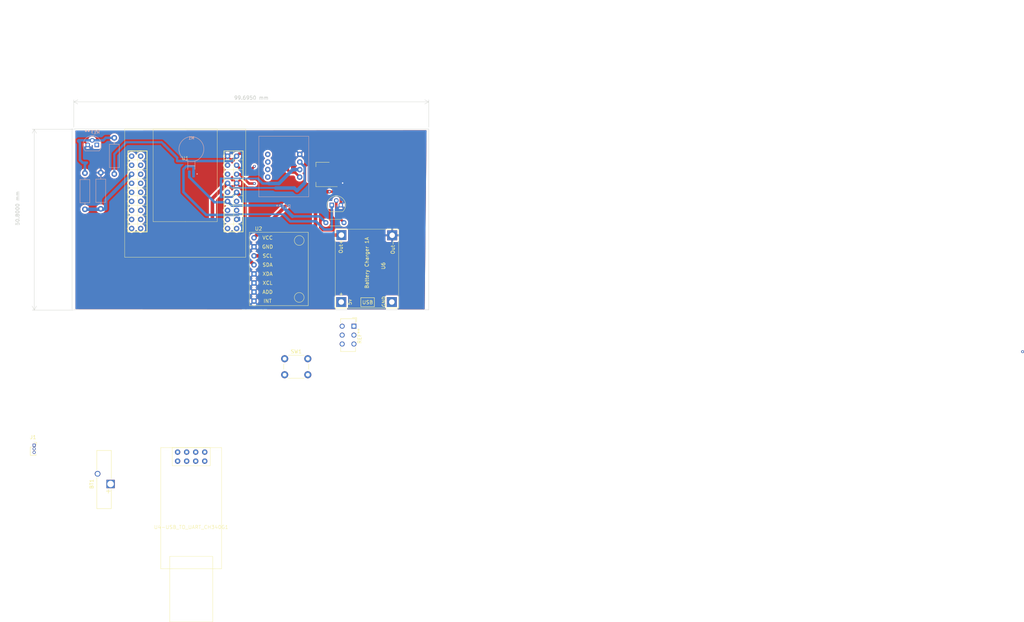
<source format=kicad_pcb>
(kicad_pcb (version 20221018) (generator pcbnew)
  (layers (0 "F.Cu" signal) (31 "B.Cu" signal) (34 "B.Paste" user) (35 "F.Paste" user) (36 "B.SilkS" user "B.Silkscreen") (37 "F.SilkS" user "F.Silkscreen") (38 "B.Mask" user) (39 "F.Mask" user) (44 "Edge.Cuts" user))
  (net 0 "")
  (net 1 "Net-(BT1-+)")
  (net 2 "VDD")
  (net 3 "Net-(J1-Pin_1)")
  (net 4 "Net-(J1-Pin_2)")
  (net 5 "GNDREF")
  (net 8 "Net-(U5-VI)")
  (net 9 "IO33")
  (net 10 "IO35")
  (net 11 "D2")
  (net 12 "D4")
  (net 13 "IO15")
  (net 14 "SCL")
  (net 15 "SDA")
  (net 16 "COL")
  (net 17 "BASE")
  (net 18 "+")
  (net 19 "RX")
  (net 20 "tX")
  (footprint "Button_Switch_THT:SW_PUSH_6mm_H5mm" (layer "F.Cu") (at 138.153 116.277)
    (fp_text reference "SW1" (at 3.25 -2) (layer "F.SilkS"))
    (fp_text value "SW_DIP_x01")
    (fp_line (start -0.25 1.5) (end -0.25 3) (stroke (width 0.12)) (layer "F.SilkS"))
    (fp_line (start 1 5.5) (end 5.5 5.5) (stroke (width 0.12)) (layer "F.SilkS"))
    (fp_line (start 5.5 -1) (end 1 -1) (stroke (width 0.12)) (layer "F.SilkS"))
    (fp_line (start 6.75 3) (end 6.75 1.5) (stroke (width 0.12)) (layer "F.SilkS"))
    (pad "1" thru_hole circle (at 0 0 90) (size 2 2) (drill 1.1) (layers "*.Cu" "*.Mask") (net 1 "Net-(BT1-+)"))
    (pad "1" thru_hole circle (at 6.5 0 90) (size 2 2) (drill 1.1) (layers "*.Cu" "*.Mask") (net 1 "Net-(BT1-+)"))
    (pad "2" thru_hole circle (at 0 4.5 90) (size 2 2) (drill 1.1) (layers "*.Cu" "*.Mask") (net 8 "Net-(U5-VI)"))
    (pad "2" thru_hole circle (at 6.5 4.5 90) (size 2 2) (drill 1.1) (layers "*.Cu" "*.Mask") (net 8 "Net-(U5-VI)"))
  )
  (footprint "USB_TO_UART:USB_TO_UART_CH340G" (layer "F.Cu") (at 111.887 164.09875)
    (fp_text reference "U4-USB_TO_UART_CH340G1" (at 0 -0.5 unlocked) (layer "F.SilkS") (effects (font (thickness 0.1))))
    (fp_text value "~")
    (fp_line (start -8.53 -22.86) (end -8.53 11.1775) (stroke (width 0.1)) (layer "F.SilkS"))
    (fp_line (start -8.53 11.1775) (end 8.53 11.1775) (stroke (width 0.1)) (layer "F.SilkS"))
    (fp_line (start -6.01 7.7175) (end 6.01 7.7175) (stroke (width 0.1)) (layer "F.SilkS"))
    (fp_line (start -6.01 26.1325) (end -6.01 7.7175) (stroke (width 0.1)) (layer "F.SilkS"))
    (fp_line (start -5.34 -22.86) (end 5.34 -22.86) (stroke (width 0.1)) (layer "F.SilkS"))
    (fp_line (start -5.34 -17.78) (end -5.34 -22.86) (stroke (width 0.1)) (layer "F.SilkS"))
    (fp_line (start 0 -22.86) (end -8.53 -22.86) (stroke (width 0.1)) (layer "F.SilkS"))
    (fp_line (start 0 -22.86) (end 8.53 -22.86) (stroke (width 0.1)) (layer "F.SilkS"))
    (fp_line (start 5.34 -22.78) (end 5.34 -17.78) (stroke (width 0.1)) (layer "F.SilkS"))
    (fp_line (start 5.34 -17.78) (end -5.34 -17.78) (stroke (width 0.1)) (layer "F.SilkS"))
    (fp_line (start 6.055 7.7175) (end 6.055 26.1325) (stroke (width 0.1)) (layer "F.SilkS"))
    (fp_line (start 6.055 26.1325) (end -6.01 26.1325) (stroke (width 0.1)) (layer "F.SilkS"))
    (fp_line (start 8.53 -22.86) (end 8.53 11.1775) (stroke (width 0.1)) (layer "F.SilkS"))
    (pad "3" thru_hole circle (at 1.27 -19.05) (size 1.524 1.524) (drill 0.762) (layers "*.Cu" "*.Mask"))
    (pad "6" thru_hole circle (at 1.27 -21.59) (size 1.524 1.524) (drill 0.762) (layers "*.Cu" "*.Mask"))
    (pad "7" thru_hole circle (at -1.27 -21.59) (size 1.524 1.524) (drill 0.762) (layers "*.Cu" "*.Mask"))
    (pad "CH_PD" thru_hole circle (at -1.27 -19.05) (size 1.524 1.524) (drill 0.762) (layers "*.Cu" "*.Mask"))
    (pad "GND" thru_hole circle (at -3.81 -21.59) (size 1.524 1.524) (drill 0.762) (layers "*.Cu" "*.Mask"))
    (pad "RX" thru_hole circle (at 3.81 -21.59) (size 1.524 1.524) (drill 0.762) (layers "*.Cu" "*.Mask"))
    (pad "TX" thru_hole circle (at -3.81 -19.05) (size 1.524 1.524) (drill 0.762) (layers "*.Cu" "*.Mask"))
    (pad "VCC" thru_hole circle (at 3.81 -19.05) (size 1.524 1.524) (drill 0.762) (layers "*.Cu" "*.Mask"))
  )
  (footprint "Resistor_THT:R_Axial_DIN0204_L3.6mm_D1.6mm_P5.08mm_Horizontal" (layer "F.Cu") (at 149.7345 78.059)
    (fp_text reference "REF**" hide)
    (fp_text value "R_Axial_DIN0204_L3.6mm_D1.6mm_P5.08mm_Horizontal" hide)
    (fp_line (start 0.62 -0.92) (end 4.46 -0.92) (stroke (width 0.12)) (layer "F.SilkS"))
    (fp_line (start 0.62 0.92) (end 4.46 0.92) (stroke (width 0.12)) (layer "F.SilkS"))
    (pad "1" thru_hole circle (at 0 0) (size 1.4 1.4) (drill 0.7) (layers "*.Cu" "*.Mask") (net 13 "IO15"))
    (pad "2" thru_hole oval (at 5.08 0) (size 1.4 1.4) (drill 0.7) (layers "*.Cu" "*.Mask") (net 17 "BASE"))
  )
  (footprint "Package_TO_SOT_SMD:SOT-223" (layer "F.Cu") (at 148.844 64.516 180)
    (fp_text reference "U5" hide)
    (fp_text value "LM1117DT-3.3")
    (fp_line (start -4.1 -3.41) (end 1.91 -3.41) (stroke (width 0.12)) (layer "F.SilkS"))
    (fp_line (start -1.85 3.41) (end 1.91 3.41) (stroke (width 0.12)) (layer "F.SilkS"))
    (fp_line (start 1.91 -3.41) (end 1.91 -2.15) (stroke (width 0.12)) (layer "F.SilkS"))
    (fp_line (start 1.91 3.41) (end 1.91 2.15) (stroke (width 0.12)) (layer "F.SilkS"))
    (pad "1" smd rect (at -3.15 -2.3 180) (size 2 1.5) (layers "F.Cu" "F.Paste" "F.Mask") (net 5 "GNDREF"))
    (pad "2" smd rect (at -3.15 0 180) (size 2 1.5) (layers "F.Cu" "F.Paste" "F.Mask") (net 2 "VDD"))
    (pad "3" smd rect (at -3.15 2.3 180) (size 2 1.5) (layers "F.Cu" "F.Paste" "F.Mask") (net 8 "Net-(U5-VI)"))
    (pad "4" smd rect (at 3.15 0 180) (size 2 3.8) (layers "F.Cu" "F.Paste" "F.Mask"))
  )
  (footprint "Connector_PinSocket_1.00mm:PinSocket_1x03_P1.00mm_Vertical" (layer "F.Cu") (at 67.7805 140.589)
    (fp_text reference "J1" (at -0.29 -2.25) (layer "F.SilkS"))
    (fp_text value "Conn_01x03_Socket")
    (fp_line (start -1.1 0.5) (end -1.1 2.81) (stroke (width 0.12)) (layer "F.SilkS"))
    (fp_line (start -1.1 0.5) (end -0.685 0.5) (stroke (width 0.12)) (layer "F.SilkS"))
    (fp_line (start -1.1 2.81) (end 0.52 2.81) (stroke (width 0.12)) (layer "F.SilkS"))
    (fp_line (start 0 -0.81) (end 0.685 -0.81) (stroke (width 0.12)) (layer "F.SilkS"))
    (fp_line (start 0.52 1.445898) (end 0.52 1.554102) (stroke (width 0.12)) (layer "F.SilkS"))
    (fp_line (start 0.52 2.445898) (end 0.52 2.81) (stroke (width 0.12)) (layer "F.SilkS"))
    (fp_line (start 0.685 -0.81) (end 0.685 0) (stroke (width 0.12)) (layer "F.SilkS"))
    (pad "1" thru_hole rect (at 0 0) (size 0.85 0.85) (drill 0.5) (layers "*.Cu" "*.Mask") (net 3 "Net-(J1-Pin_1)"))
    (pad "2" thru_hole oval (at 0 1) (size 0.85 0.85) (drill 0.5) (layers "*.Cu" "*.Mask") (net 4 "Net-(J1-Pin_2)"))
    (pad "3" thru_hole oval (at 0 2) (size 0.85 0.85) (drill 0.5) (layers "*.Cu" "*.Mask") (net 5 "GNDREF"))
  )
  (footprint "ESP32_BOARD:ESP32_BOARD" (layer "F.Cu") (at 110.1905 72.6725)
    (fp_text reference "U1" (at 0 -12.7 unlocked) (layer "F.SilkS") (effects (font (thickness 0.1))))
    (fp_text value "ESP32-WROOM-32U")
    (fp_line (start -17 -20.92) (end 17 -20.92) (stroke (width 0.1)) (layer "F.SilkS"))
    (fp_line (start -17 15.08) (end -17 -20.92) (stroke (width 0.1)) (layer "F.SilkS"))
    (fp_line (start -16.02 -14.76) (end -16.02 -12.24) (stroke (width 0.1)) (layer "F.SilkS"))
    (fp_line (start -16.02 -14.76) (end -16.02 7.95) (stroke (width 0.2)) (layer "F.SilkS"))
    (fp_line (start -16.02 -14.76) (end -10.68 -14.76) (stroke (width 0.2)) (layer "F.SilkS"))
    (fp_line (start -16.02 -12.24) (end -16.02 -9.5) (stroke (width 0.1)) (layer "F.SilkS"))
    (fp_line (start -16.02 -12.24) (end -10.68 -12.24) (stroke (width 0.1)) (layer "F.SilkS"))
    (fp_line (start -16.02 -9.5) (end -16.02 -6.85) (stroke (width 0.1)) (layer "F.SilkS"))
    (fp_line (start -16.02 -6.85) (end -16.02 -4.355) (stroke (width 0.1)) (layer "F.SilkS"))
    (fp_line (start -16.02 -6.85) (end -10.68 -6.85) (stroke (width 0.1)) (layer "F.SilkS"))
    (fp_line (start -16.02 -4.355) (end -16.02 -2.1575) (stroke (width 0.1)) (layer "F.SilkS"))
    (fp_line (start -16.02 -4.355) (end -10.68 -4.355) (stroke (width 0.1)) (layer "F.SilkS"))
    (fp_line (start -16.02 -2.1575) (end -16.02 0.49875) (stroke (width 0.1)) (layer "F.SilkS"))
    (fp_line (start -16.02 -2.1575) (end -10.68 -2.1575) (stroke (width 0.1)) (layer "F.SilkS"))
    (fp_line (start -16.02 0.49875) (end -10.68 0.49875) (stroke (width 0.1)) (layer "F.SilkS"))
    (fp_line (start -16.02 0.611875) (end -16.02 3.268125) (stroke (width 0.1)) (layer "F.SilkS"))
    (fp_line (start -16.02 3.268125) (end -16.02 5.808125) (stroke (width 0.1)) (layer "F.SilkS"))
    (fp_line (start -16.02 3.268125) (end -10.68 3.268125) (stroke (width 0.1)) (layer "F.SilkS"))
    (fp_line (start -16.02 5.808125) (end -16.02 7.95) (stroke (width 0.1)) (layer "F.SilkS"))
    (fp_line (start -16.02 5.808125) (end -10.68 5.721719) (stroke (width 0.1)) (layer "F.SilkS"))
    (fp_line (start -16.02 7.95) (end -16.02 -14.76) (stroke (width 0.2)) (layer "F.SilkS"))
    (fp_line (start -16.02 7.95) (end -10.68 7.95) (stroke (width 0.2)) (layer "F.SilkS"))
    (fp_line (start -13.35 -14.76) (end -13.35 7.95) (stroke (width 0.1)) (layer "F.SilkS"))
    (fp_line (start -10.68 -14.76) (end -16.02 -14.76) (stroke (width 0.2)) (layer "F.SilkS"))
    (fp_line (start -10.68 -14.76) (end -10.68 -12.24) (stroke (width 0.1)) (layer "F.SilkS"))
    (fp_line (start -10.68 -14.76) (end -10.68 7.95) (stroke (width 0.2)) (layer "F.SilkS"))
    (fp_line (start -10.68 -12.24) (end -10.68 -9.5) (stroke (width 0.1)) (layer "F.SilkS"))
    (fp_line (start -10.68 -9.5) (end -16.02 -9.5) (stroke (width 0.1)) (layer "F.SilkS"))
    (fp_line (start -10.68 -9.5) (end -10.68 -6.85) (stroke (width 0.1)) (layer "F.SilkS"))
    (fp_line (start -10.68 -6.85) (end -10.68 -4.355) (stroke (width 0.1)) (layer "F.SilkS"))
    (fp_line (start -10.68 -4.355) (end -10.68 -2.1575) (stroke (width 0.1)) (layer "F.SilkS"))
    (fp_line (start -10.68 -2.1575) (end -10.68 0.49875) (stroke (width 0.1)) (layer "F.SilkS"))
    (fp_line (start -10.68 0.49875) (end -10.68 3.268125) (stroke (width 0.1)) (layer "F.SilkS"))
    (fp_line (start -10.68 0.611875) (end -10.68 3.268125) (stroke (width 0.1)) (layer "F.SilkS"))
    (fp_line (start -10.68 3.268125) (end -10.68 5.864688) (stroke (width 0.1)) (layer "F.SilkS"))
    (fp_line (start -10.68 5.721719) (end -10.68 7.95) (stroke (width 0.1)) (layer "F.SilkS"))
    (fp_line (start -10.68 7.95) (end -16.02 7.95) (stroke (width 0.2)) (layer "F.SilkS"))
    (fp_line (start -10.68 7.95) (end -10.68 -14.76) (stroke (width 0.2)) (layer "F.SilkS"))
    (fp_line (start -9 -20.92) (end -9 5.08) (stroke (width 0.1)) (layer "F.SilkS"))
    (fp_line (start -9 5.08) (end 0 5.08) (stroke (width 0.1)) (layer "F.SilkS"))
    (fp_line (start 0 -20.92) (end -9 -20.92) (stroke (width 0.1)) (layer "F.SilkS"))
    (fp_line (start 0 -20.92) (end 9 -20.92) (stroke (width 0.1)) (layer "F.SilkS"))
    (fp_line (start 9 -20.92) (end 9 5.08) (stroke (width 0.1)) (layer "F.SilkS"))
    (fp_line (start 9 5.08) (end 0 5.08) (stroke (width 0.1)) (layer "F.SilkS"))
    (fp_line (start 10.93 -14.76) (end 10.93 -12.24) (stroke (width 0.1)) (layer "F.SilkS"))
    (fp_line (start 10.93 -14.76) (end 10.93 7.95) (stroke (width 0.2)) (layer "F.SilkS"))
    (fp_line (start 10.93 -12.24) (end 10.93 -9.5) (stroke (width 0.1)) (layer "F.SilkS"))
    (fp_line (start 10.93 -12.24) (end 16.27 -12.24) (stroke (width 0.1)) (layer "F.SilkS"))
    (fp_line (start 10.93 -9.5) (end 10.93 -6.85) (stroke (width 0.1)) (layer "F.SilkS"))
    (fp_line (start 10.93 -6.85) (end 10.93 -4.355) (stroke (width 0.1)) (layer "F.SilkS"))
    (fp_line (start 10.93 -6.85) (end 16.27 -6.85) (stroke (width 0.1)) (layer "F.SilkS"))
    (fp_line (start 10.93 -4.355) (end 10.93 -2.1575) (stroke (width 0.1)) (layer "F.SilkS"))
    (fp_line (start 10.93 -4.355) (end 16.27 -4.355) (stroke (width 0.1)) (layer "F.SilkS"))
    (fp_line (start 10.93 -2.1575) (end 10.93 0.49875) (stroke (width 0.1)) (layer "F.SilkS"))
    (fp_line (start 10.93 -2.1575) (end 16.27 -2.1575) (stroke (width 0.1)) (layer "F.SilkS"))
    (fp_line (start 10.93 0.49875) (end 16.27 0.49875) (stroke (width 0.1)) (layer "F.SilkS"))
    (fp_line (start 10.93 0.611875) (end 10.93 3.268125) (stroke (width 0.1)) (layer "F.SilkS"))
    (fp_line (start 10.93 3.268125) (end 10.93 5.808125) (stroke (width 0.1)) (layer "F.SilkS"))
    (fp_line (start 10.93 3.268125) (end 16.27 3.268125) (stroke (width 0.1)) (layer "F.SilkS"))
    (fp_line (start 10.93 5.808125) (end 10.93 7.95) (stroke (width 0.1)) (layer "F.SilkS"))
    (fp_line (start 10.93 5.808125) (end 16.27 5.721719) (stroke (width 0.1)) (layer "F.SilkS"))
    (fp_line (start 10.93 7.95) (end 16.27 7.95) (stroke (width 0.2)) (layer "F.SilkS"))
    (fp_line (start 13.6 -14.76) (end 13.6 7.95) (stroke (width 0.1)) (layer "F.SilkS"))
    (fp_line (start 16.27 -14.76) (end 10.93 -14.76) (stroke (width 0.2)) (layer "F.SilkS"))
    (fp_line (start 16.27 -14.76) (end 16.27 -12.24) (stroke (width 0.1)) (layer "F.SilkS"))
    (fp_line (start 16.27 -12.24) (end 16.27 -9.5) (stroke (width 0.1)) (layer "F.SilkS"))
    (fp_line (start 16.27 -9.5) (end 10.93 -9.5) (stroke (width 0.1)) (layer "F.SilkS"))
    (fp_line (start 16.27 -9.5) (end 16.27 -6.85) (stroke (width 0.1)) (layer "F.SilkS"))
    (fp_line (start 16.27 -6.85) (end 16.27 -4.355) (stroke (width 0.1)) (layer "F.SilkS"))
    (fp_line (start 16.27 -4.355) (end 16.27 -2.1575) (stroke (width 0.1)) (layer "F.SilkS"))
    (fp_line (start 16.27 -2.1575) (end 16.27 0.49875) (stroke (width 0.1)) (layer "F.SilkS"))
    (fp_line (start 16.27 0.49875) (end 16.27 3.268125) (stroke (width 0.1)) (layer "F.SilkS"))
    (fp_line (start 16.27 0.611875) (end 16.27 3.268125) (stroke (width 0.1)) (layer "F.SilkS"))
    (fp_line (start 16.27 3.268125) (end 16.27 5.864688) (stroke (width 0.1)) (layer "F.SilkS"))
    (fp_line (start 16.27 5.721719) (end 16.27 7.95) (stroke (width 0.1)) (layer "F.SilkS"))
    (fp_line (start 16.27 7.95) (end 16.27 -14.76) (stroke (width 0.2)) (layer "F.SilkS"))
    (fp_line (start 17 -20.92) (end 17 15.08) (stroke (width 0.1)) (layer "F.SilkS"))
    (fp_line (start 17 15.08) (end -17 15.08) (stroke (width 0.1)) (layer "F.SilkS"))
    (pad "3v3" thru_hole circle (at 14.46 -13.3) (size 1.524 1.524) (drill 0.762) (layers "*.Cu" "*.Mask") (net 2 "VDD"))
    (pad "CLK" thru_hole circle (at -15.03 4.48) (size 1.524 1.524) (drill 0.762) (layers "*.Cu" "*.Mask"))
    (pad "CMD" thru_hole circle (at -12.49 4.48) (size 1.524 1.524) (drill 0.762) (layers "*.Cu" "*.Mask"))
    (pad "EN" thru_hole circle (at 11.92 -10.76) (size 1.524 1.524) (drill 0.762) (layers "*.Cu" "*.Mask"))
    (pad "GND" thru_hole circle (at 11.92 -13.3) (size 1.524 1.524) (drill 0.762) (layers "*.Cu" "*.Mask") (net 5 "GNDREF"))
    (pad "GND" thru_hole circle (at 14.46 -5.68) (size 1.524 1.524) (drill 0.762) (layers "*.Cu" "*.Mask") (net 5 "GNDREF"))
    (pad "IO0" thru_hole circle (at 11.92 4.48) (size 1.524 1.524) (drill 0.762) (layers "*.Cu" "*.Mask"))
    (pad "IO2" thru_hole circle (at 14.46 7.02) (size 1.524 1.524) (drill 0.762) (layers "*.Cu" "*.Mask") (net 11 "D2"))
    (pad "IO4" thru_hole circle (at 14.46 4.48) (size 1.524 1.524) (drill 0.762) (layers "*.Cu" "*.Mask") (net 12 "D4"))
    (pad "IO12" thru_hole circle (at -12.49 -0.6) (size 1.524 1.524) (drill 0.762) (layers "*.Cu" "*.Mask"))
    (pad "IO13" thru_hole circle (at -15.03 -0.6) (size 1.524 1.524) (drill 0.762) (layers "*.Cu" "*.Mask"))
    (pad "IO14" thru_hole circle (at -15.03 -3.14) (size 1.524 1.524) (drill 0.762) (layers "*.Cu" "*.Mask"))
    (pad "IO15" thru_hole circle (at 11.92 -0.6) (size 1.524 1.524) (drill 0.762) (layers "*.Cu" "*.Mask") (net 13 "IO15"))
    (pad "IO15" thru_hole circle (at 11.92 7.02) (size 1.524 1.524) (drill 0.762) (layers "*.Cu" "*.Mask"))
    (pad "IO16" thru_hole circle (at 11.92 1.94) (size 1.524 1.524) (drill 0.762) (layers "*.Cu" "*.Mask"))
    (pad "IO17" thru_hole circle (at 14.46 1.94) (size 1.524 1.524) (drill 0.762) (layers "*.Cu" "*.Mask"))
    (pad "IO18" thru_hole circle (at 14.46 -0.6) (size 1.524 1.524) (drill 0.762) (layers "*.Cu" "*.Mask"))
    (pad "IO19" thru_hole circle (at 11.92 -3.14) (size 1.524 1.524) (drill 0.762) (layers "*.Cu" "*.Mask"))
    (pad "IO21" thru_hole circle (at 14.46 -3.14) (size 1.524 1.524) (drill 0.762) (layers "*.Cu" "*.Mask") (net 15 "SDA"))
    (pad "IO22" thru_hole circle (at 11.92 -5.68) (size 1.524 1.524) (drill 0.762) (layers "*.Cu" "*.Mask") (net 14 "SCL"))
    (pad "IO23" thru_hole circle (at 11.92 -8.22) (size 1.524 1.524) (drill 0.762) (layers "*.Cu" "*.Mask"))
    (pad "IO25" thru_hole circle (at -12.49 -5.68) (size 1.524 1.524) (drill 0.762) (layers "*.Cu" "*.Mask"))
    (pad "IO26" thru_hole circle (at -15.03 -5.68) (size 1.524 1.524) (drill 0.762) (layers "*.Cu" "*.Mask"))
    (pad "IO27" thru_hole circle (at -12.49 -3.14) (size 1.524 1.524) (drill 0.762) (layers "*.Cu" "*.Mask"))
    (pad "IO32" thru_hole circle (at -12.49 -8.22) (size 1.524 1.524) (drill 0.762) (layers "*.Cu" "*.Mask"))
    (pad "IO33" thru_hole circle (at -15.03 -8.22) (size 1.524 1.524) (drill 0.762) (layers "*.Cu" "*.Mask") (net 9 "IO33"))
    (pad "IO34" thru_hole circle (at -12.49 -10.76) (size 1.524 1.524) (drill 0.762) (layers "*.Cu" "*.Mask"))
    (pad "IO35" thru_hole circle (at -15.03 -10.76) (size 1.524 1.524) (drill 0.762) (layers "*.Cu" "*.Mask") (net 10 "IO35"))
    (pad "RXD" thru_hole circle (at 14.46 -8.22) (size 1.524 1.524) (drill 0.762) (layers "*.Cu" "*.Mask") (net 19 "RX"))
    (pad "SD0" thru_hole circle (at -12.49 7.02) (size 1.524 1.524) (drill 0.762) (layers "*.Cu" "*.Mask"))
    (pad "SD2" thru_hole circle (at -12.49 1.94) (size 1.524 1.524) (drill 0.762) (layers "*.Cu" "*.Mask"))
    (pad "SD3" thru_hole circle (at -15.03 1.94) (size 1.524 1.524) (drill 0.762) (layers "*.Cu" "*.Mask"))
    (pad "SDI" thru_hole circle (at -15.03 7.02) (size 1.524 1.524) (drill 0.762) (layers "*.Cu" "*.Mask"))
    (pad "SVN" thru_hole circle (at -15.03 -13.3) (size 1.524 1.524) (drill 0.762) (layers "*.Cu" "*.Mask"))
    (pad "SVP" thru_hole circle (at -12.49 -13.3) (size 1.524 1.524) (drill 0.762) (layers "*.Cu" "*.Mask"))
    (pad "TXD" thru_hole circle (at 14.46 -10.76) (size 1.524 1.524) (drill 0.762) (layers "*.Cu" "*.Mask") (net 20 "tX"))
  )
  (footprint "MAX30102:logo hb pcb" (layer "F.Cu") (at 165.6715 95.4405)
    (fp_text reference "G***" hide)
    (fp_text value "LOGO" hide)
  )
  (footprint "Capacitor_SMD:C_01005_0402Metric" (layer "F.Cu") (at 152.904 60.198 180)
    (fp_text reference "C1" hide)
    (fp_text value "C" hide)
    (pad "1" smd roundrect (at -0.25 0 180) (size 0.4 0.3) (layers "F.Cu" "F.Mask") (net 5 "GNDREF"))
    (pad "2" smd roundrect (at 0.25 0 180) (size 0.4 0.3) (layers "F.Cu" "F.Mask") (net 8 "Net-(U5-VI)"))
  )
  (footprint "Button_Switch_THT:SW_CuK_JS202011CQN_DPDT_Straight" (layer "F.Cu") (at 157.605 107.141 -90)
    (fp_text reference "REF**" (at 2.75 -1.6 90) (layer "F.SilkS"))
    (fp_text value "SW_CuK_JS202011CQN_DPDT_Straight")
    (fp_line (start -2.4 -0.75) (end -2.4 0.45) (stroke (width 0.12)) (layer "F.SilkS"))
    (fp_line (start -2.1 -0.45) (end -2.1 3.75) (stroke (width 0.12)) (layer "F.SilkS"))
    (fp_line (start -2.1 3.75) (end -0.9 3.75) (stroke (width 0.12)) (layer "F.SilkS"))
    (fp_line (start -1.2 -0.75) (end -2.4 -0.75) (stroke (width 0.12)) (layer "F.SilkS"))
    (fp_line (start -0.9 -0.45) (end -2.1 -0.45) (stroke (width 0.12)) (layer "F.SilkS"))
    (fp_line (start 5.9 -0.45) (end 7.1 -0.45) (stroke (width 0.12)) (layer "F.SilkS"))
    (fp_line (start 7.1 -0.45) (end 7.1 3.75) (stroke (width 0.12)) (layer "F.SilkS"))
    (fp_line (start 7.1 3.75) (end 5.9 3.75) (stroke (width 0.12)) (layer "F.SilkS"))
    (pad "1" thru_hole rect (at 0 0 270) (size 1.4 1.4) (drill 0.9) (layers "*.Cu" "*.Mask") (net 5 "GNDREF"))
    (pad "2" thru_hole circle (at 2.5 0 270) (size 1.4 1.4) (drill 0.9) (layers "*.Cu" "*.Mask") (net 8 "Net-(U5-VI)"))
    (pad "3" thru_hole circle (at 5 0 270) (size 1.4 1.4) (drill 0.9) (layers "*.Cu" "*.Mask"))
    (pad "4" thru_hole circle (at 0 3.3 270) (size 1.4 1.4) (drill 0.9) (layers "*.Cu" "*.Mask"))
    (pad "5" thru_hole circle (at 2.5 3.3 270) (size 1.4 1.4) (drill 0.9) (layers "*.Cu" "*.Mask"))
    (pad "6" thru_hole circle (at 5 3.3 270) (size 1.4 1.4) (drill 0.9) (layers "*.Cu" "*.Mask"))
  )
  (footprint "MPU6050:module_mpu6050" (layer "F.Cu") (at 129.54 100.076)
    (fp_text reference "U2" (at 1.27 -20.32) (layer "F.SilkS"))
    (fp_text value "MPU-6050")
    (fp_text user "SDA" (at 3.81 -10.16) (layer "F.SilkS"))
    (fp_text user "VCC" (at 3.81 -17.78) (layer "F.SilkS"))
    (fp_text user "SCL" (at 3.81 -12.7) (layer "F.SilkS"))
    (fp_text user "INT" (at 3.81 0) (layer "F.SilkS"))
    (fp_text user "ADD" (at 3.81 -2.54) (layer "F.SilkS"))
    (fp_text user "XDA" (at 3.81 -7.62) (layer "F.SilkS"))
    (fp_text user "XCL" (at 3.81 -5.08) (layer "F.SilkS"))
    (fp_text user "GND" (at 3.81 -15.24) (layer "F.SilkS"))
    (fp_line (start -1.27 -19.304) (end 15.24 -19.304) (stroke (width 0.12)) (layer "F.SilkS"))
    (fp_line (start -1.27 1.27) (end -1.27 -19.304) (stroke (width 0.12)) (layer "F.SilkS"))
    (fp_line (start 15.24 -19.304) (end 15.24 1.27) (stroke (width 0.12)) (layer "F.SilkS"))
    (fp_line (start 15.24 1.27) (end -1.27 1.27) (stroke (width 0.12)) (layer "F.SilkS"))
    (fp_circle (center 12.7 -17.018) (end 13.208 -15.748) (stroke (width 0.12)) (fill none) (layer "F.SilkS"))
    (fp_circle (center 12.7 -1.016) (end 13.208 0.254) (stroke (width 0.12)) (fill none) (layer "F.SilkS"))
    (pad "1" thru_hole circle (at 0 -17.78) (size 1.524 1.524) (drill 0.762) (layers "*.Cu" "*.Mask") (net 2 "VDD"))
    (pad "2" thru_hole circle (at 0 -15.24) (size 1.524 1.524) (drill 0.762) (layers "*.Cu" "*.Mask") (net 5 "GNDREF"))
    (pad "3" thru_hole circle (at 0 -12.7) (size 1.524 1.524) (drill 0.762) (layers "*.Cu" "*.Mask") (net 14 "SCL"))
    (pad "4" thru_hole circle (at 0 -10.16) (size 1.524 1.524) (drill 0.762) (layers "*.Cu" "*.Mask") (net 15 "SDA"))
    (pad "5" thru_hole circle (at 0 -7.62) (size 1.524 1.524) (drill 0.762) (layers "*.Cu" "*.Mask") (net 5 "GNDREF"))
    (pad "6" thru_hole circle (at 0 -5.08) (size 1.524 1.524) (drill 0.762) (layers "*.Cu" "*.Mask") (net 5 "GNDREF"))
    (pad "7" thru_hole circle (at 0 -2.54) (size 1.524 1.524) (drill 0.762) (layers "*.Cu" "*.Mask") (net 5 "GNDREF"))
    (pad "8" thru_hole circle (at 0 0) (size 1.524 1.524) (drill 0.762) (layers "*.Cu" "*.Mask") (net 5 "GNDREF"))
  )
  (footprint "Battery:Battery_Panasonic_CR1632-V1AN_Vertical_CircularHoles" (layer "F.Cu") (at 89.248 151.465 90)
    (fp_text reference "BT1" (at 0 -5.3 90) (layer "F.SilkS"))
    (fp_text value "Battery")
    (fp_text user "+" (at -2.01 -0.75 90) (layer "F.SilkS") (effects (font (size 1.5 1.5))))
    (fp_line (start -6.91 -3.86) (end 1.81 -3.86) (stroke (width 0.12)) (layer "F.SilkS"))
    (fp_line (start -6.91 0.21) (end -6.91 -3.86) (stroke (width 0.12)) (layer "F.SilkS"))
    (fp_line (start -6.91 0.21) (end -1.43 0.21) (stroke (width 0.12)) (layer "F.SilkS"))
    (fp_line (start 1.44 0.21) (end 9.41 0.21) (stroke (width 0.12)) (layer "F.SilkS"))
    (fp_line (start 3.94 -3.86) (end 9.41 -3.86) (stroke (width 0.12)) (layer "F.SilkS"))
    (fp_line (start 9.41 0.21) (end 9.41 -3.86) (stroke (width 0.12)) (layer "F.SilkS"))
    (pad "1" thru_hole rect (at 0 0 180) (size 2.35 2.35) (drill 1.82) (layers "*.Cu" "*.Mask") (net 1 "Net-(BT1-+)"))
    (pad "2" thru_hole circle (at 2.875 -3.65 90) (size 1.6 1.6) (drill 1.09) (layers "*.Cu" "*.Mask") (net 5 "GNDREF"))
  )
  (footprint "TP4056:TP4056-18650" (layer "F.Cu") (at 152.3505 102.044 90)
    (fp_text reference "U6" (at 11.86 13.525 90) (layer "F.SilkS"))
    (fp_text value "TP4056")
    (fp_text user "+" (at 3.9 1.6 90) (layer "F.SilkS"))
    (fp_text user "USB" (at 1.6 9.1) (layer "F.SilkS"))
    (fp_text user "Out+" (at 17.25 1.59 90) (layer "F.SilkS"))
    (fp_text user "Battery Charger 1A" (at 12.7 8.9 90) (layer "F.SilkS"))
    (fp_text user "Out-" (at 17.04 16.19 90) (layer "F.SilkS"))
    (fp_text user "GND" (at 1.8 13.7 90) (layer "F.SilkS"))
    (fp_text user "5v" (at 1.7 4.1 90) (layer "F.SilkS"))
    (fp_line (start 0 0) (end 22.17 0) (stroke (width 0.1)) (layer "F.SilkS"))
    (fp_line (start 0 17.8) (end 0 0) (stroke (width 0.15)) (layer "F.SilkS"))
    (fp_line (start 0.4 7.2) (end 2.9 7.2) (stroke (width 0.15)) (layer "F.SilkS"))
    (fp_line (start 0.4 11) (end 0.4 7.3) (stroke (width 0.15)) (layer "F.SilkS"))
    (fp_line (start 2.9 7.2) (end 2.9 11) (stroke (width 0.15)) (layer "F.SilkS"))
    (fp_line (start 2.9 11) (end 0.4 11) (stroke (width 0.15)) (layer "F.SilkS"))
    (fp_line (start 22.17 0) (end 22.17 17.8) (stroke (width 0.1)) (layer "F.SilkS"))
    (fp_line (start 22.17 17.8) (end 0 17.8) (stroke (width 0.1)) (layer "F.SilkS"))
    (pad "1" thru_hole rect (at 1.7 1.7 90) (size 2.8 2.8) (drill 1.54) (layers "*.Cu" "*.Mask"))
    (pad "2" thru_hole rect (at 1.7 15.9 90) (size 2.8 2.8) (drill 1.54) (layers "*.Cu" "*.Mask"))
    (pad "3" thru_hole rect (at 20.5 1.73 90) (size 2.8 2.8) (drill 1.54) (layers "*.Cu" "*.Mask") (net 8 "Net-(U5-VI)"))
    (pad "4" thru_hole rect (at 20.44 16.01 90) (size 2.8 2.8) (drill 1.54) (layers "*.Cu" "*.Mask") (net 5 "GNDREF"))
  )
  (footprint "Package_TO_SOT_THT:TO-92" (layer "F.Cu") (at 151.3855 73.106)
    (fp_text reference "REF**" hide)
    (fp_text value "bc337")
    (fp_line (start -0.53 1.85) (end 3.07 1.85) (stroke (width 0.12)) (layer "F.SilkS"))
    (fp_arc (start -0.568478 1.838478) (mid -1.132087 -0.994977) (end 1.27 -2.6) (stroke (width 0.12)) (layer "F.SilkS"))
    (fp_arc (start 1.27 -2.6) (mid 3.672087 -0.994977) (end 3.108478 1.838478) (stroke (width 0.12)) (layer "F.SilkS"))
    (pad "1" thru_hole rect (at 0 0) (size 1.3 1.3) (drill 0.75) (layers "*.Cu" "*.Mask") (net 16 "COL"))
    (pad "2" thru_hole circle (at 1.27 -1.27) (size 1.3 1.3) (drill 0.75) (layers "*.Cu" "*.Mask") (net 17 "BASE"))
    (pad "3" thru_hole circle (at 2.54 0) (size 1.3 1.3) (drill 0.75) (layers "*.Cu" "*.Mask") (net 5 "GNDREF"))
  )
  (footprint "Capacitor_SMD:C_01005_0402Metric_Pad0.57x0.30mm_HandSolder" (layer "F.Cu") (at 151.7215 59.055)
    (fp_text reference "C2" hide)
    (fp_text value "C" hide)
    (pad "1" smd roundrect (at -0.3375 0) (size 0.575 0.3) (layers "F.Cu" "F.Mask") (net 2 "VDD"))
    (pad "2" smd roundrect (at 0.3375 0) (size 0.575 0.3) (layers "F.Cu" "F.Mask") (net 5 "GNDREF"))
  )
  (footprint "Resistor_THT:R_Axial_DIN0207_L6.3mm_D2.5mm_P10.16mm_Horizontal" (layer "B.Cu") (at 90.297 54.229 -90)
    (fp_text reference "REF**" hide)
    (fp_text value "R_Axial_DIN0207_L6.3mm_D2.5mm_P10.16mm_Horizontal" hide)
    (fp_line (start 1.04 0) (end 1.81 0) (stroke (width 0.12)) (layer "B.SilkS"))
    (fp_line (start 1.81 -1.37) (end 8.35 -1.37) (stroke (width 0.12)) (layer "B.SilkS"))
    (fp_line (start 1.81 1.37) (end 1.81 -1.37) (stroke (width 0.12)) (layer "B.SilkS"))
    (fp_line (start 8.35 -1.37) (end 8.35 1.37) (stroke (width 0.12)) (layer "B.SilkS"))
    (fp_line (start 8.35 1.37) (end 1.81 1.37) (stroke (width 0.12)) (layer "B.SilkS"))
    (fp_line (start 9.12 0) (end 8.35 0) (stroke (width 0.12)) (layer "B.SilkS"))
    (pad "1" thru_hole circle (at 0 0 270) (size 1.6 1.6) (drill 0.8) (layers "*.Cu" "*.Mask") (net 18 "+"))
    (pad "2" thru_hole oval (at 10.16 0 270) (size 1.6 1.6) (drill 0.8) (layers "*.Cu" "*.Mask") (net 2 "VDD"))
  )
  (footprint "Resistor_THT:R_Axial_DIN0207_L6.3mm_D2.5mm_P10.16mm_Horizontal" (layer "B.Cu") (at 86.487 74.168 90)
    (fp_text reference "REF**" hide)
    (fp_text value "R_Axial_DIN0207_L6.3mm_D2.5mm_P10.16mm_Horizontal" hide)
    (fp_line (start 1.04 0) (end 1.81 0) (stroke (width 0.12)) (layer "B.SilkS"))
    (fp_line (start 1.81 -1.37) (end 8.35 -1.37) (stroke (width 0.12)) (layer "B.SilkS"))
    (fp_line (start 1.81 1.37) (end 1.81 -1.37) (stroke (width 0.12)) (layer "B.SilkS"))
    (fp_line (start 8.35 -1.37) (end 8.35 1.37) (stroke (width 0.12)) (layer "B.SilkS"))
    (fp_line (start 8.35 1.37) (end 1.81 1.37) (stroke (width 0.12)) (layer "B.SilkS"))
    (fp_line (start 9.12 0) (end 8.35 0) (stroke (width 0.12)) (layer "B.SilkS"))
    (pad "1" thru_hole circle (at 0 0 90) (size 1.6 1.6) (drill 0.8) (layers "*.Cu" "*.Mask") (net 9 "IO33"))
    (pad "2" thru_hole oval (at 10.16 0 90) (size 1.6 1.6) (drill 0.8) (layers "*.Cu" "*.Mask") (net 5 "GNDREF"))
  )
  (footprint "MAX30102:MAX30102" (layer "B.Cu") (at 156.3116 76.6318 180)
    (fp_text reference "REF**" (at 18.542 3.0748 unlocked) (layer "B.SilkS") (effects (font (thickness 0.1)) (justify mirror)))
    (fp_text value "MAX30102")
    (fp_line (start 11.4 5.83) (end 25.4 5.83) (stroke (width 0.1)) (layer "B.SilkS"))
    (fp_line (start 11.4 22.83) (end 11.4 5.83) (stroke (width 0.1)) (layer "B.SilkS"))
    (fp_line (start 25.4 22.83) (end 11.4 22.83) (stroke (width 0.1)) (layer "B.SilkS"))
    (fp_line (start 25.4 22.83) (end 25.4 5.83) (stroke (width 0.1)) (layer "B.SilkS"))
    (pad "2 SDA" thru_hole circle (at 13.9192 13.4874 180) (size 1.524 1.524) (drill 0.762) (layers "*.Cu" "*.Mask") (net 15 "SDA"))
    (pad "3 SCL" thru_hole circle (at 13.9192 15.621 180) (size 1.524 1.524) (drill 0.762) (layers "*.Cu" "*.Mask") (net 14 "SCL"))
    (pad "4 PGND" thru_hole circle (at 22.9108 17.7546 180) (size 1.524 1.524) (drill 0.762) (layers "*.Cu" "*.Mask"))
    (pad "11 GNDF" thru_hole circle (at 13.9192 17.78 180) (size 1.524 1.524) (drill 0.762) (layers "*.Cu" "*.Mask") (net 5 "GNDREF"))
    (pad "13 INT" thru_hole circle (at 22.9108 11.3792 180) (size 1.524 1.524) (drill 0.762) (layers "*.Cu" "*.Mask"))
    (pad "IRD" thru_hole circle (at 22.9108 13.5128 180) (size 1.524 1.524) (drill 0.762) (layers "*.Cu" "*.Mask"))
    (pad "RD" thru_hole circle (at 22.8854 15.621 180) (size 1.524 1.524) (drill 0.762) (layers "*.Cu" "*.Mask"))
    (pad "VIN" thru_hole circle (at 13.9446 11.3792 180) (size 1.524 1.524) (drill 0.762) (layers "*.Cu" "*.Mask") (net 2 "VDD"))
  )
  (footprint "MOTOR_DC:MOTOR_DC" (layer "B.Cu") (at 111.9505 59.3725 180)
    (fp_text reference "M1" (at 0 5.08) (layer "B.SilkS") (effects (font (size 0.789717 0.789717)) (justify mirror)))
    (fp_text value "Motor_DC")
    (fp_line (start -1 -3.725) (end -1 -2.73) (stroke (width 0.127)) (layer "B.SilkS"))
    (fp_line (start -1 -2.73) (end -1 -1.425) (stroke (width 0.127)) (layer "B.SilkS"))
    (fp_line (start -1 -2.73) (end 1 -2.73) (stroke (width 0.127)) (layer "B.SilkS"))
    (fp_line (start 1 -3.725) (end 1 -2.73) (stroke (width 0.127)) (layer "B.SilkS"))
    (fp_line (start 1 -2.73) (end 1 -1.425) (stroke (width 0.127)) (layer "B.SilkS"))
    (fp_circle (center -1.6 -5) (end -1.5 -5) (stroke (width 0.2)) (fill none) (layer "B.SilkS"))
    (fp_circle (center 0 1.97) (end 3.5 1.97) (stroke (width 0.127)) (fill none) (layer "B.SilkS"))
    (pad "1" smd roundrect (at 0.6 -5.02 270) (size 1.94 0.76) (layers "B.Cu" "B.Paste" "B.Mask") (roundrect_rratio 0.19) (net 13 "IO15"))
    (pad "2" smd roundrect (at -0.6 -5.02 270) (size 1.94 0.76) (layers "B.Cu" "B.Paste" "B.Mask") (roundrect_rratio 0.19) (net 16 "COL"))
  )
  (footprint "Package_TO_SOT_THT:TO-92L" (layer "B.Cu") (at 85.374 56.203 180)
    (fp_text reference "REF**" (at 1.29 3.56) (layer "B.SilkS") (effects (justify mirror)))
    (fp_text value "TO-92L")
    (fp_line (start -0.65 -1.7) (end 3.2 -1.7) (stroke (width 0.12)) (layer "B.SilkS"))
    (fp_arc (start 3.238611 -1.690122) (mid 1.283448 2.579448) (end -0.65 -1.7) (stroke (width 0.12)) (layer "B.SilkS"))
    (pad "2" thru_hole circle (at 1.28 1.27 180) (size 1.3 1.3) (drill 0.75) (layers "*.Cu" "*.Mask") (net 18 "+"))
    (pad "3" thru_hole circle (at 2.54 0 180) (size 1.3 1.3) (drill 0.75) (layers "*.Cu" "*.Mask") (net 5 "GNDREF"))
    (pad "ADJ" thru_hole rect (at 0 0 180) (size 1.3 1.3) (drill 0.75) (layers "*.Cu" "*.Mask"))
  )
  (footprint "MAX30102:logo hb pcb" (layer "B.Cu") (at 82.677 76.708 -90)
    (fp_text reference "G***" hide)
    (fp_text value "LOGO" hide)
  )
  (footprint "Resistor_THT:R_Axial_DIN0207_L6.3mm_D2.5mm_P10.16mm_Horizontal" (layer "B.Cu") (at 82.042 64.135 -90)
    (fp_text reference "REF**" hide)
    (fp_text value "R_Axial_DIN0207_L6.3mm_D2.5mm_P10.16mm_Horizontal" hide)
    (fp_line (start 1.04 0) (end 1.81 0) (stroke (width 0.12)) (layer "B.SilkS"))
    (fp_line (start 1.81 -1.37) (end 8.35 -1.37) (stroke (width 0.12)) (layer "B.SilkS"))
    (fp_line (start 1.81 1.37) (end 1.81 -1.37) (stroke (width 0.12)) (layer "B.SilkS"))
    (fp_line (start 8.35 -1.37) (end 8.35 1.37) (stroke (width 0.12)) (layer "B.SilkS"))
    (fp_line (start 8.35 1.37) (end 1.81 1.37) (stroke (width 0.12)) (layer "B.SilkS"))
    (fp_line (start 9.12 0) (end 8.35 0) (stroke (width 0.12)) (layer "B.SilkS"))
    (pad "1" thru_hole circle (at 0 0 270) (size 1.6 1.6) (drill 0.8) (layers "*.Cu" "*.Mask") (net 18 "+"))
    (pad "2" thru_hole oval (at 10.16 0 270) (size 1.6 1.6) (drill 0.8) (layers "*.Cu" "*.Mask") (net 9 "IO33"))
  )
  (gr_line (start 78.4225 51.6255) (end 78.4225 102.4255) (stroke (width 0.1)) (layer "Edge.Cuts"))
  (gr_line (start 178.6255 51.7525) (end 78.9305 51.7525) (stroke (width 0.1)) (layer "Edge.Cuts"))
  (gr_line (start 178.6255 102.5525) (end 178.6255 51.7525) (stroke (width 0.1)) (layer "Edge.Cuts"))
  (gr_line (start 78.9305 102.5525) (end 178.6255 102.5525) (stroke (width 0.1)) (layer "Edge.Cuts"))
  (dimension (type aligned) (layer "Edge.Cuts") (pts (xy 79.248 51.816) (xy 79.248 102.616)) (height 11.43) (gr_text "50.8000 mm" (at 63.119 74.041 90) (layer "Edge.Cuts") (effects (font (size 1 1) (thickness 0.15)))) (format (prefix "") (suffix "") (units 3) (units_format 1) (precision 4)) (style (thickness 0.1) (arrow_length 1.27) (text_position_mode 2) (extension_height 0.58642) (extension_offset 0.5) keep_text_aligned))
  (dimension (type aligned) (layer "Edge.Cuts") (pts (xy 178.6255 51.7525) (xy 78.9305 51.7525)) (height 7.62) (gr_text "99.6950 mm" (at 128.778 42.9825) (layer "Edge.Cuts") (effects (font (size 1 1) (thickness 0.15)))) (format (prefix "") (suffix "") (units 3) (units_format 1) (precision 4)) (style (thickness 0.1) (arrow_length 1.27) (text_position_mode 0) (extension_height 0.58642) (extension_offset 0.5) keep_text_aligned))
  (via (at 345.44 114.3) (size 0.8) (drill 0.4) (layers "F.Cu" "B.Cu") (net 0))
  (segment (start 150.4035 60.0355) (end 151.2215 59.2175) (width 0.7) (layer "F.Cu") (net 2))
  (segment (start 141.224 56.769) (end 139.065 58.928) (width 0.7) (layer "F.Cu") (net 2))
  (segment (start 144.653 71.247) (end 140.589 71.247) (width 1) (layer "F.Cu") (net 2))
  (segment (start 147.0744 54.2846) (end 147.935 55.1452) (width 0.7) (layer "F.Cu") (net 2))
  (segment (start 149.487 60.0355) (end 149.487 62.559) (width 0.7) (layer "F.Cu") (net 2))
  (segment (start 139.065 63.373) (end 139.658 63.966) (width 0.7) (layer "F.Cu") (net 2))
  (segment (start 141.0804 63.966) (end 142.367 65.2526) (width 0.7) (layer "F.Cu") (net 2))
  (segment (start 125.2535 58.7695) (end 125.349 58.674) (width 0.7) (layer "F.Cu") (net 2))
  (segment (start 147.8725 58.421) (end 149.487 60.0355) (width 0.7) (layer "F.Cu") (net 2))
  (segment (start 149.487 60.0355) (end 150.4035 60.0355) (width 0.7) (layer "F.Cu") (net 2))
  (segment (start 149.487 62.559) (end 149.487 64.723) (width 0.7) (layer "F.Cu") (net 2))
  (segment (start 151.444 64.516) (end 151.994 64.516) (width 0.7) (layer "F.Cu") (net 2))
  (segment (start 131.572 57.531) (end 131.572 57.277) (width 0.7) (layer "F.Cu") (net 2))
  (segment (start 147.935 55.1452) (end 147.935 56.05763) (width 0.7) (layer "F.Cu") (net 2))
  (segment (start 144.59 56.769) (end 147.0744 54.2846) (width 0.7) (layer "F.Cu") (net 2))
  (segment (start 125.349 58.674) (end 130.429 58.674) (width 0.7) (layer "F.Cu") (net 2))
  (segment (start 149.487 64.723) (end 149.487 66.413) (width 1) (layer "F.Cu") (net 2))
  (segment (start 139.065 58.928) (end 139.065 63.373) (width 0.7) (layer "F.Cu") (net 2))
  (segment (start 147.8725 56.12013) (end 147.8725 58.421) (width 0.7) (layer "F.Cu") (net 2))
  (segment (start 147.935 56.05763) (end 147.8725 56.12013) (width 0.7) (layer "F.Cu") (net 2))
  (segment (start 140.589 71.247) (end 129.54 82.296) (width 1) (layer "F.Cu") (net 2))
  (segment (start 131.572 57.277) (end 132.08 56.769) (width 0.7) (layer "F.Cu") (net 2))
  (segment (start 151.2215 59.2175) (end 151.2215 59.055) (width 0.7) (layer "F.Cu") (net 2))
  (segment (start 132.08 56.769) (end 141.224 56.769) (width 0.7) (layer "F.Cu") (net 2))
  (segment (start 149.487 62.559) (end 151.444 64.516) (width 0.7) (layer "F.Cu") (net 2))
  (segment (start 139.658 63.966) (end 141.0804 63.966) (width 0.7) (layer "F.Cu") (net 2))
  (segment (start 130.429 58.674) (end 131.572 57.531) (width 0.7) (layer "F.Cu") (net 2))
  (segment (start 149.487 66.413) (end 144.653 71.247) (width 1) (layer "F.Cu") (net 2))
  (segment (start 141.224 56.769) (end 144.59 56.769) (width 0.7) (layer "F.Cu") (net 2))
  (segment (start 104.2139 56.0842) (end 104.39235 56.26265) (width 0.7) (layer "B.Cu") (net 2))
  (segment (start 93.6314 55.4666) (end 90.297 58.801) (width 0.6) (layer "B.Cu") (net 2))
  (segment (start 107.9378 60.7362) (end 123.4709 60.7362) (width 0.7) (layer "B.Cu") (net 2))
  (segment (start 125.2535 58.7695) (end 124.6505 59.3725) (width 0.25) (layer "B.Cu") (net 2))
  (segment (start 103.5963 55.4666) (end 93.6314 55.4666) (width 0.6) (layer "B.Cu") (net 2))
  (segment (start 123.5635 60.4595) (end 124.6505 59.3725) (width 0.7) (layer "B.Cu") (net 2))
  (segment (start 104.39235 56.26265) (end 103.5963 55.4666) (width 0.6) (layer "B.Cu") (net 2))
  (segment (start 90.297 58.801) (end 90.297 64.389) (width 0.6) (layer "B.Cu") (net 2))
  (segment (start 107.9378 59.8081) (end 107.9378 60.7362) (width 0.6) (layer "B.Cu") (net 2))
  (segment (start 104.39235 56.26265) (end 107.9378 59.8081) (width 0.7) (layer "B.Cu") (net 2))
  (segment (start 153.9255 73.106) (end 153.9255 71.2455) (width 0.7) (layer "F.Cu") (net 5))
  (segment (start 153.404 59.864117) (end 153.404 60.198) (width 0.7) (layer "F.Cu") (net 5))
  (segment (start 152.2215 59.055) (end 152.594883 59.055) (width 0.7) (layer "F.Cu") (net 5))
  (segment (start 154.432 66.929) (end 152.107 66.929) (width 1) (layer "F.Cu") (net 5))
  (segment (start 110.8075 100.3935) (end 110.9345 100.3935) (width 0.25) (layer "F.Cu") (net 5))
  (segment (start 142.3924 58.8518) (end 142.5072 58.8518) (width 0.7) (layer "F.Cu") (net 5))
  (segment (start 152.107 66.929) (end 151.994 66.816) (width 1) (layer "F.Cu") (net 5))
  (segment (start 152.594883 59.055) (end 153.404 59.864117) (width 0.7) (layer "F.Cu") (net 5))
  (via (at 154.432 66.929) (size 0.8) (drill 0.4) (layers "F.Cu" "B.Cu") (net 5))
  (segment (start 121.660249 78.2395) (end 121.652749 78.232) (width 0.25) (layer "B.Cu") (net 5))
  (segment (start 153.527 81.9785) (end 153.6715 82.123) (width 0.25) (layer "F.Cu") (net 8))
  (segment (start 159.258 69.215) (end 159.131 69.342) (width 0.7) (layer "F.Cu") (net 8))
  (segment (start 148.346 81.544) (end 154.0805 81.544) (width 1) (layer "F.Cu") (net 8))
  (segment (start 146.812 72.644) (end 146.812 80.01) (width 1) (layer "F.Cu") (net 8))
  (segment (start 152.767 62.216) (end 156.958 62.216) (width 0.7) (layer "F.Cu") (net 8))
  (segment (start 159.258 64.516) (end 159.258 69.215) (width 0.7) (layer "F.Cu") (net 8))
  (segment (start 151.994 62.216) (end 151.994 60.833) (width 0.7) (layer "F.Cu") (net 8))
  (segment (start 151.994 62.216) (end 152.767 62.216) (width 0.25) (layer "F.Cu") (net 8))
  (segment (start 151.994 60.833) (end 152.629 60.198) (width 0.5) (layer "F.Cu") (net 8))
  (segment (start 150.114 69.342) (end 146.812 72.644) (width 1) (layer "F.Cu") (net 8))
  (segment (start 159.131 69.342) (end 150.749 69.342) (width 0.7) (layer "F.Cu") (net 8))
  (segment (start 156.958 62.216) (end 159.258 64.516) (width 0.7) (layer "F.Cu") (net 8))
  (segment (start 150.749 69.342) (end 150.114 69.342) (width 1) (layer "F.Cu") (net 8))
  (segment (start 146.812 80.01) (end 148.346 81.544) (width 1) (layer "F.Cu") (net 8))
  (via (at 150.749 69.342) (size 0.8) (drill 0.4) (layers "F.Cu" "B.Cu") (net 8))
  (segment (start 87.757 71.374) (end 87.884 71.247) (width 0.25) (layer "B.Cu") (net 9))
  (segment (start 82.804 74.295) (end 87.249 74.295) (width 1) (layer "B.Cu") (net 9))
  (segment (start 88.366 71.247) (end 87.884 71.247) (width 0.25) (layer "B.Cu") (net 9))
  (segment (start 87.858 71.755) (end 87.858 74.168) (width 1) (layer "B.Cu") (net 9))
  (segment (start 95.1605 64.4525) (end 87.858 71.755) (width 1) (layer "B.Cu") (net 9))
  (segment (start 125.4125 77.3986) (end 124.6505 77.3986) (width 0.5) (layer "B.Cu") (net 12))
  (segment (start 125.4125 76.6366) (end 125.4125 77.3986) (width 0.5) (layer "B.Cu") (net 12))
  (segment (start 118.406968 72.305968) (end 122.012 72.305968) (width 0.7) (layer "B.Cu") (net 13))
  (segment (start 147.9565 76.281) (end 149.7345 78.059) (width 0.7) (layer "B.Cu") (net 13))
  (segment (start 125.152527 73.2845) (end 125.204027 73.233) (width 0.5) (layer "B.Cu") (net 13))
  (segment (start 111.3505 64.3925) (end 111.3505 64.917532) (width 0.7) (layer "B.Cu") (net 13))
  (segment (start 123.3225 73.2845) (end 125.152527 73.2845) (width 0.7) (layer "B.Cu") (net 13))
  (segment (start 111.3505 64.3925) (end 111.3505 65.2495) (width 0.7) (layer "B.Cu") (net 13))
  (segment (start 111.3505 65.2495) (end 118.406968 72.305968) (width 0.7) (layer "B.Cu") (net 13))
  (segment (start 123.1975 73.1595) (end 123.3225 73.2845) (width 0.5) (layer "B.Cu") (net 13))
  (segment (start 137.1415 73.233) (end 137.215 73.1595) (width 0.5) (layer "B.Cu") (net 13))
  (segment (start 140.3365 76.281) (end 147.9565 76.281) (width 0.7) (layer "B.Cu") (net 13))
  (segment (start 122.1105 72.0725) (end 123.1975 73.1595) (width 0.7) (layer "B.Cu") (net 13))
  (segment (start 137.215 73.1595) (end 140.3365 76.281) (width 1) (layer "B.Cu") (net 13))
  (segment (start 125.204027 73.233) (end 137.1415 73.233) (width 0.7) (layer "B.Cu") (net 13))
  (segment (start 127.254 101.854) (end 122.88 97.48) (width 1) (layer "F.Cu") (net 14))
  (segment (start 132.588 92.964) (end 132.842 93.218) (width 0.7) (layer "F.Cu") (net 14))
  (segment (start 117.856 88.519) (end 117.856 71.247) (width 1) (layer "F.Cu") (net 14))
  (segment (start 122.88 97.48) (end 122.88 93.543) (width 1) (layer "F.Cu") (net 14))
  (segment (start 132.588 92.964) (end 132.715 93.091) (width 0.25) (layer "F.Cu") (net 14))
  (segment (start 132.842 101.092) (end 132.08 101.854) (width 1) (layer "F.Cu") (net 14))
  (segment (start 117.856 71.247) (end 122.1105 66.9925) (width 1) (layer "F.Cu") (net 14))
  (segment (start 122.88 93.543) (end 117.856 88.519) (width 1) (layer "F.Cu") (net 14))
  (segment (start 132.08 101.854) (end 127.254 101.854) (width 0.7) (layer "F.Cu") (net 14))
  (segment (start 132.842 93.218) (end 132.842 101.092) (width 1) (layer "F.Cu") (net 14))
  (segment (start 132.588 87.376) (end 132.588 92.964) (width 1) (layer "F.Cu") (net 14))
  (segment (start 129.54 87.376) (end 132.588 87.376) (width 1) (layer "F.Cu") (net 14))
  (segment (start 135.665 68.326) (end 135.619 68.28) (width 0.25) (layer "B.Cu") (net 14))
  (segment (start 142.3924 61.0108) (end 143.764 62.3824) (width 0.7) (layer "B.Cu") (net 14))
  (segment (start 143.764 62.3824) (end 143.764 66.929) (width 0.7) (layer "B.Cu") (net 14))
  (segment (start 135.619 68.28) (end 123.398 68.28) (width 0.5) (layer "B.Cu") (net 14))
  (segment (start 143.764 66.929) (end 141.605 69.088) (width 1) (layer "B.Cu") (net 14))
  (segment (start 141.605 69.088) (end 140.843 68.326) (width 1) (layer "B.Cu") (net 14))
  (segment (start 123.398 68.28) (end 122.1105 66.9925) (width 0.5) (layer "B.Cu") (net 14))
  (segment (start 140.843 68.326) (end 135.665 68.326) (width 1) (layer "B.Cu") (net 14))
  (segment (start 127 87.376) (end 127 71.882) (width 1) (layer "F.Cu") (net 15))
  (segment (start 127 71.882) (end 124.6505 69.5325) (width 1) (layer "F.Cu") (net 15))
  (segment (start 129.54 89.916) (end 127 87.376) (width 1) (layer "F.Cu") (net 15))
  (segment (start 136.525 67.056) (end 133.731 67.056) (width 1) (layer "B.Cu") (net 15))
  (segment (start 123.317 70.866) (end 124.6505 69.5325) (width 0.5) (layer "B.Cu") (net 15))
  (segment (start 120.269 70.866) (end 123.317 70.866) (width 0.5) (layer "B.Cu") (net 15))
  (segment (start 130.556 65.659) (end 120.269 65.659) (width 0.5) (layer "B.Cu") (net 15))
  (segment (start 140.4366 63.1444) (end 136.525 67.056) (width 1) (layer "B.Cu") (net 15))
  (segment (start 133.731 67.056) (end 131.953 67.056) (width 0.7) (layer "B.Cu") (net 15))
  (segment (start 142.3924 63.1444) (end 140.4366 63.1444) (width 1) (layer "B.Cu") (net 15))
  (segment (start 120.269 65.659) (end 120.269 70.866) (width 0.7) (layer "B.Cu") (net 15))
  (segment (start 131.953 67.056) (end 130.556 65.659) (width 0.7) (layer "B.Cu") (net 15))
  (segment (start 125.102427 75.8746) (end 125.280227 75.6968) (width 0.7) (layer "B.Cu") (net 16))
  (segment (start 125.280227 75.6968) (end 137.7663 75.6968) (width 0.5) (layer "B.Cu") (net 16))
  (segment (start 109.728 62.992) (end 109.728 69.469) (width 0.7) (layer "B.Cu") (net 16))
  (segment (start 120.5499 75.8746) (end 125.102427 75.8746) (width 0.7) (layer "B.Cu") (net 16))
  (segment (start 138.01 75.9405) (end 139.748198 77.678698) (width 0.7) (layer "B.Cu") (net 16))
  (segment (start 149.2265 79.964) (end 151.2585 79.964) (width 0.7) (layer "B.Cu") (net 16))
  (segment (start 146.941198 77.678698) (end 149.2265 79.964) (width 0.7) (layer "B.Cu") (net 16))
  (segment (start 116.1336 75.8746) (end 120.5499 75.8746) (width 0.7) (layer "B.Cu") (net 16))
  (segment (start 137.7663 75.6968) (end 138.01 75.9405) (width 0.5) (layer "B.Cu") (net 16))
  (segment (start 151.3855 79.837) (end 151.3855 73.106) (width 0.7) (layer "B.Cu") (net 16))
  (segment (start 110.49 62.23) (end 109.728 62.992) (width 0.7) (layer "B.Cu") (net 16))
  (segment (start 112.5505 62.3285) (end 112.649 62.23) (width 0.25) (layer "B.Cu") (net 16))
  (segment (start 109.728 69.469) (end 116.1336 75.8746) (width 0.7) (layer "B.Cu") (net 16))
  (segment (start 139.748198 77.678698) (end 146.941198 77.678698) (width 0.7) (layer "B.Cu") (net 16))
  (segment (start 112.5505 64.3925) (end 112.5505 62.3285) (width 0.7) (layer "B.Cu") (net 16))
  (segment (start 151.2585 79.964) (end 151.3855 79.837) (width 0.25) (layer "B.Cu") (net 16))
  (segment (start 112.649 62.23) (end 110.49 62.23) (width 0.7) (layer "B.Cu") (net 16))
  (segment (start 120.4991 75.8238) (end 120.5499 75.8746) (width 0.5) (layer "B.Cu") (net 16))
  (segment (start 154.8145 78.059) (end 152.6555 75.9) (width 0.7) (layer "F.Cu") (net 17))
  (segment (start 152.6555 75.9) (end 152.6555 71.836) (width 0.7) (layer "F.Cu") (net 17))
  (segment (start 87.191 54.933) (end 84.094 54.933) (width 0.7) (layer "B.Cu") (net 18))
  (segment (start 80.137 55.118) (end 80.645 55.626) (width 0.7) (layer "B.Cu") (net 18))
  (segment (start 87.191 54.933) (end 87.895 54.229) (width 0.7) (layer "B.Cu") (net 18))
  (segment (start 80.645 60.452) (end 81.407 61.214) (width 0.7) (layer "B.Cu") (net 18))
  (segment (start 82.042 61.722) (end 82.042 64.135) (width 0.7) (layer "B.Cu") (net 18))
  (segment (start 80.322 54.933) (end 80.137 55.118) (width 0.7) (layer "B.Cu") (net 18))
  (segment (start 82.55 61.214) (end 82.042 61.722) (width 0.7) (layer "B.Cu") (net 18))
  (segment (start 87.895 54.229) (end 90.297 54.229) (width 0.7) (layer "B.Cu") (net 18))
  (segment (start 80.645 55.626) (end 80.645 60.452) (width 0.7) (layer "B.Cu") (net 18))
  (segment (start 81.407 61.214) (end 82.55 61.214) (width 0.7) (layer "B.Cu") (net 18))
  (segment (start 84.094 54.933) (end 80.322 54.933) (width 0.7) (layer "B.Cu") (net 18))
  (segment (start 128.143 67.056) (end 129.667 67.056) (width 0.7) (layer "F.Cu") (net 19))
  (segment (start 125.5395 64.4525) (end 128.143 67.056) (width 0.7) (layer "F.Cu") (net 19))
  (segment (start 124.6505 64.4525) (end 125.5395 64.4525) (width 0.7) (layer "F.Cu") (net 19))
  (via (at 129.667 67.056) (size 0.8) (drill 0.4) (layers "F.Cu" "B.Cu") (net 19))
  (segment (start 127.4445 64.4525) (end 127.1905 64.4525) (width 0.7) (layer "F.Cu") (net 20))
  (segment (start 127.1905 64.4525) (end 124.6505 61.9125) (width 0.7) (layer "F.Cu") (net 20))
  (segment (start 129.667 62.23) (end 127.4445 64.4525) (width 0.7) (layer "F.Cu") (net 20))
  (via (at 129.667 62.23) (size 0.8) (drill 0.4) (layers "F.Cu" "B.Cu") (net 20))
  (zone (net 5) (net_name "GNDREF") (layer "F.Cu") (priority 1) (connect_pads (clearance 0.5)) (min_thickness 0.25) (fill yes (thermal_gap 0.5) (thermal_bridge_width 0.5))
    (polygon (pts (xy 79.3765 52.1764) (xy 178.0047 52.1002) (xy 177.4713 102.3922) (xy 79.3765 102.3414)))
  )
  (zone (net 5) (net_name "GNDREF") (layer "B.Cu") (connect_pads (clearance 0.5)) (min_thickness 0.25) (fill yes (thermal_gap 0.5) (thermal_bridge_width 0.5))
    (polygon (pts (xy 79.3765 52.1764) (xy 178.0047 52.1002) (xy 177.4713 102.3922) (xy 79.3765 102.3414)))
  )
)
</source>
